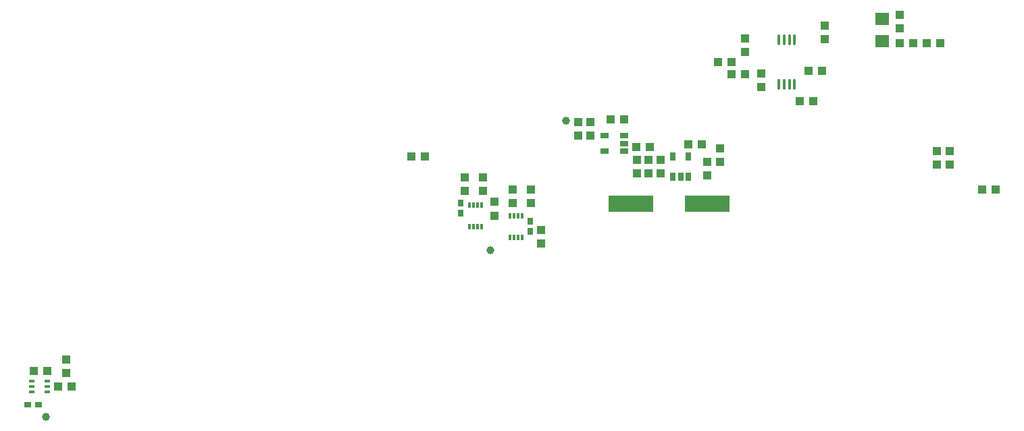
<source format=gbp>
%FSLAX24Y24*%
%MOIN*%
G70*
G01*
G75*
G04 Layer_Color=128*
%ADD10R,0.0433X0.0394*%
%ADD11R,0.0591X0.1102*%
%ADD12R,0.0394X0.0433*%
%ADD13R,0.0709X0.0256*%
%ADD14R,0.0256X0.0709*%
%ADD15R,0.0256X0.1024*%
%ADD16R,0.1024X0.0256*%
%ADD17R,0.0276X0.0354*%
%ADD18C,0.0394*%
%ADD19R,0.0709X0.0630*%
%ADD20R,0.0354X0.0276*%
%ADD21O,0.0571X0.0098*%
%ADD22R,0.0236X0.0748*%
%ADD23R,0.1220X0.0748*%
%ADD24R,0.0276X0.0394*%
%ADD25R,0.0256X0.0157*%
%ADD26R,0.0591X0.0512*%
%ADD27R,0.0394X0.0276*%
%ADD28R,0.0276X0.0709*%
%ADD29O,0.0748X0.0236*%
%ADD30R,0.0276X0.0177*%
%ADD31R,0.0650X0.0965*%
%ADD32R,0.0177X0.0207*%
%ADD33O,0.0335X0.0118*%
%ADD34O,0.0118X0.0335*%
%ADD35R,0.0984X0.0984*%
%ADD36O,0.0098X0.0256*%
%ADD37O,0.0256X0.0098*%
%ADD38R,0.0276X0.0118*%
%ADD39R,0.0681X0.0728*%
%ADD40O,0.0402X0.0161*%
%ADD41R,0.1102X0.1102*%
%ADD42R,0.0118X0.0118*%
%ADD43R,0.0118X0.0118*%
%ADD44R,0.0866X0.1102*%
%ADD45R,0.1102X0.1102*%
%ADD46R,0.0433X0.0472*%
%ADD47C,0.0080*%
%ADD48C,0.0120*%
%ADD49C,0.0200*%
%ADD50C,0.0250*%
%ADD51C,0.0350*%
%ADD52C,0.0060*%
%ADD53C,0.0500*%
%ADD54C,0.0100*%
%ADD55C,0.0300*%
%ADD56C,0.0705*%
%ADD57C,0.0500*%
%ADD58C,0.1969*%
%ADD59C,0.1299*%
%ADD60C,0.1496*%
%ADD61R,0.0630X0.0630*%
%ADD62C,0.0630*%
%ADD63C,0.0945*%
%ADD64C,0.0200*%
%ADD65C,0.0240*%
%ADD66C,0.0400*%
%ADD67C,0.0260*%
%ADD68C,0.0160*%
%ADD69C,0.0400*%
%ADD70C,0.0750*%
%ADD71C,0.1680*%
%ADD72C,0.0770*%
%ADD73C,0.1581*%
%ADD74C,0.1109*%
%ADD75C,0.1306*%
%ADD76C,0.0762*%
%ADD77C,0.0951*%
%ADD78C,0.1069*%
%ADD79C,0.0520*%
%ADD80C,0.0600*%
%ADD81C,0.0680*%
%ADD82C,0.1778*%
%ADD83C,0.0530*%
%ADD84R,0.2205X0.0827*%
%ADD85R,0.0118X0.0276*%
%ADD86O,0.0138X0.0551*%
%ADD87C,0.0157*%
%ADD88C,0.0098*%
%ADD89C,0.0039*%
%ADD90C,0.0079*%
%ADD91C,0.0020*%
%ADD92C,0.0063*%
%ADD93C,0.0032*%
%ADD94C,0.0059*%
%ADD95R,0.0513X0.0474*%
%ADD96R,0.0671X0.1182*%
%ADD97R,0.0474X0.0513*%
%ADD98R,0.0789X0.0336*%
%ADD99R,0.0336X0.0789*%
%ADD100R,0.0336X0.1104*%
%ADD101R,0.1104X0.0336*%
%ADD102R,0.0356X0.0434*%
%ADD103C,0.0474*%
%ADD104R,0.0789X0.0710*%
%ADD105R,0.0434X0.0356*%
%ADD106O,0.0651X0.0178*%
%ADD107R,0.0316X0.0828*%
%ADD108R,0.1300X0.0828*%
%ADD109R,0.0356X0.0474*%
%ADD110R,0.0336X0.0237*%
%ADD111R,0.0671X0.0592*%
%ADD112R,0.0474X0.0356*%
%ADD113R,0.0356X0.0789*%
%ADD114O,0.0828X0.0316*%
%ADD115R,0.0356X0.0257*%
%ADD116R,0.0730X0.1045*%
%ADD117R,0.0257X0.0287*%
%ADD118O,0.0415X0.0198*%
%ADD119O,0.0198X0.0415*%
%ADD120R,0.1064X0.1064*%
%ADD121O,0.0178X0.0336*%
%ADD122O,0.0336X0.0178*%
%ADD123R,0.0356X0.0198*%
%ADD124R,0.0761X0.0808*%
%ADD125O,0.0482X0.0241*%
%ADD126R,0.1182X0.1182*%
%ADD127R,0.0198X0.0198*%
%ADD128R,0.0198X0.0198*%
%ADD129R,0.0946X0.1182*%
%ADD130R,0.1182X0.1182*%
%ADD131R,0.0513X0.0552*%
%ADD132C,0.0785*%
%ADD133C,0.0080*%
%ADD134C,0.0580*%
%ADD135C,0.2049*%
%ADD136C,0.1379*%
%ADD137C,0.1576*%
%ADD138R,0.0710X0.0710*%
%ADD139C,0.0710*%
%ADD140C,0.1025*%
%ADD141C,0.0320*%
%ADD142C,0.0480*%
%ADD143R,0.2285X0.0907*%
%ADD144R,0.0198X0.0356*%
%ADD145O,0.0218X0.0631*%
%ADD146C,0.0340*%
D10*
X2615Y9220D02*
D03*
X1945D02*
D03*
X740Y9988D02*
D03*
X1409D02*
D03*
X33047Y21177D02*
D03*
X33717D02*
D03*
X34504Y25240D02*
D03*
X35173D02*
D03*
X30478Y21029D02*
D03*
X31147D02*
D03*
X44819Y26178D02*
D03*
X45488D02*
D03*
X44150Y26178D02*
D03*
X43480D02*
D03*
X35173Y24649D02*
D03*
X35843D02*
D03*
X38559Y23311D02*
D03*
X39228D02*
D03*
X29898Y22390D02*
D03*
X29229D02*
D03*
X48205Y18930D02*
D03*
X47535D02*
D03*
X39662Y24807D02*
D03*
X38992D02*
D03*
X20055Y20580D02*
D03*
X19385D02*
D03*
D12*
X25272Y18285D02*
D03*
Y18954D02*
D03*
X24377Y18285D02*
D03*
Y18954D02*
D03*
X25790Y16275D02*
D03*
Y16945D02*
D03*
X23500Y17655D02*
D03*
Y18324D02*
D03*
X22910Y18875D02*
D03*
Y19545D02*
D03*
X22015Y18875D02*
D03*
Y19545D02*
D03*
X2358Y9860D02*
D03*
Y10529D02*
D03*
X33973Y19623D02*
D03*
Y20293D02*
D03*
X30508Y19741D02*
D03*
Y20411D02*
D03*
X31099Y19741D02*
D03*
Y20411D02*
D03*
X31689Y19741D02*
D03*
Y20411D02*
D03*
X34603Y20293D02*
D03*
Y20962D02*
D03*
X45941Y20844D02*
D03*
Y20175D02*
D03*
X43500Y26907D02*
D03*
Y27576D02*
D03*
X35862Y26401D02*
D03*
Y25732D02*
D03*
X36650Y24000D02*
D03*
Y24669D02*
D03*
X28223Y21592D02*
D03*
Y22261D02*
D03*
X27632Y21592D02*
D03*
Y22261D02*
D03*
X45311Y20844D02*
D03*
Y20175D02*
D03*
X39790Y26385D02*
D03*
Y27055D02*
D03*
D17*
X21807Y18285D02*
D03*
Y17773D02*
D03*
X25240Y16864D02*
D03*
Y17376D02*
D03*
D18*
X1340Y7710D02*
D03*
X27030Y22330D02*
D03*
X23274Y15930D02*
D03*
D19*
X42634Y27360D02*
D03*
Y26257D02*
D03*
D20*
X465Y8295D02*
D03*
X976D02*
D03*
D24*
X33047Y20588D02*
D03*
X32299D02*
D03*
Y19564D02*
D03*
X32673D02*
D03*
X33047D02*
D03*
D25*
X1409Y8945D02*
D03*
Y9201D02*
D03*
Y9456D02*
D03*
X661D02*
D03*
Y9201D02*
D03*
Y8945D02*
D03*
D27*
X29878Y21592D02*
D03*
Y21218D02*
D03*
Y20844D02*
D03*
X28933D02*
D03*
Y21592D02*
D03*
D84*
X33970Y18250D02*
D03*
X30230D02*
D03*
D85*
X24840Y17630D02*
D03*
X24643D02*
D03*
X24446D02*
D03*
X24249D02*
D03*
X24840Y16567D02*
D03*
X24643D02*
D03*
X24446D02*
D03*
X24249D02*
D03*
X22851Y18167D02*
D03*
X22654D02*
D03*
X22457D02*
D03*
X22260D02*
D03*
X22851Y17104D02*
D03*
X22654D02*
D03*
X22457D02*
D03*
X22260D02*
D03*
D86*
X37526Y26342D02*
D03*
X37782D02*
D03*
X38038D02*
D03*
X38293D02*
D03*
X37526Y24137D02*
D03*
X37782D02*
D03*
X38038D02*
D03*
X38293D02*
D03*
M02*

</source>
